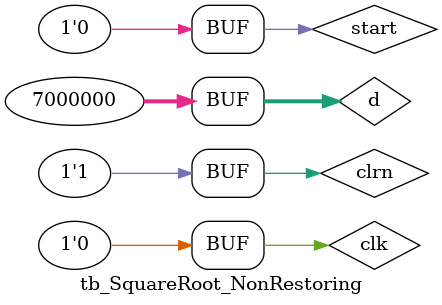
<source format=v>
`timescale 1ns / 1ps

module tb_SquareRoot_NonRestoring();

    reg clk, clrn;
    reg start;
    reg [31:0] d;
    wire[15:0] q;
    wire[16:0] r;
    wire busy, ready;
    
    SquareRoot_NonRestoring sqrt(clk, clrn, start, d, q, r, busy, ready);
    
    // Clock
    always begin
       clk = 1'b1;
       #5;
       clk = 1'b0;
       #5;
    end
    
    initial begin
        clrn = 1'b1;
        #10;
        
        d = 32'd7_000_000; 
        #10;
        
        start = 1'b1;
        #10;
        start = 1'b0;      
    end
endmodule

</source>
